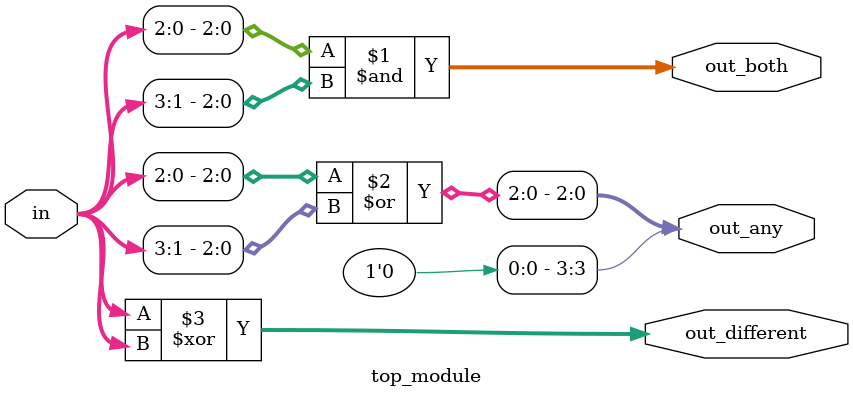
<source format=sv>
module top_module (
    input [3:0] in,
    output [2:0] out_both,
    output [3:0] out_any,
    output [3:0] out_different
);

    assign out_both = in[2:0] & in[3:1];
    assign out_any = {1'b0, in[2:0] | in[3:1]};
    assign out_different = in ^ {in[3:1], in[0]};

endmodule

</source>
